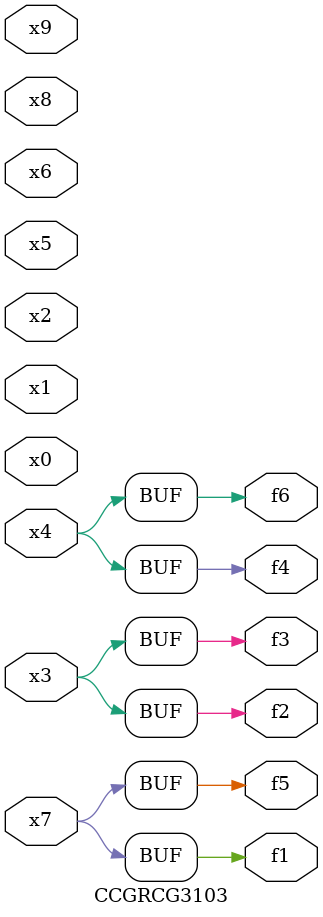
<source format=v>
module CCGRCG3103(
	input x0, x1, x2, x3, x4, x5, x6, x7, x8, x9,
	output f1, f2, f3, f4, f5, f6
);
	assign f1 = x7;
	assign f2 = x3;
	assign f3 = x3;
	assign f4 = x4;
	assign f5 = x7;
	assign f6 = x4;
endmodule

</source>
